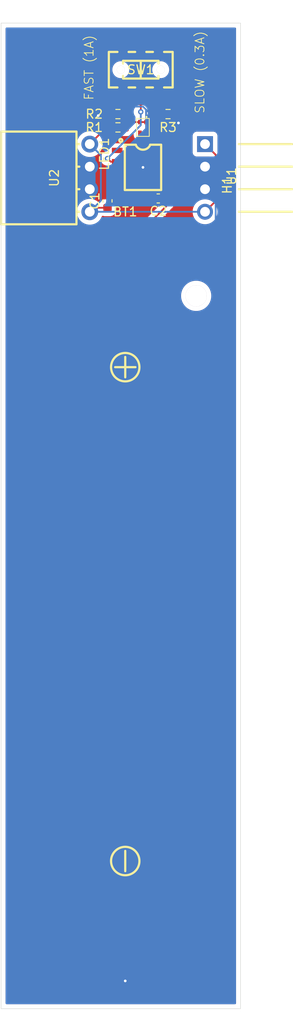
<source format=kicad_pcb>
(kicad_pcb (version 20240108) (generator "pcbnew") (generator_version "8.0")
  (layers (0 "F.Cu" signal) (31 "B.Cu" signal) (34 "B.Paste" user) (35 "F.Paste" user) (36 "B.SilkS" user "B.Silkscreen") (37 "F.SilkS" user "F.Silkscreen") (38 "B.Mask" user) (39 "F.Mask" user) (44 "Edge.Cuts" user))
  (net 0 "")
  (net 1 "Net-(U1-BAT)")
  (net 2 "GND")
  (net 3 "VCC")
  (net 4 "Net-(LED1-K2)")
  (net 5 "Net-(LED1-A1)")
  (net 6 "Net-(LED1-K1)")
  (net 7 "Net-(R2-Pad1)")
  (net 8 "Net-(R3-Pad1)")
  (net 10 "Net-(U1-PROG)")
  (footprint "easyeda2kicad:LED-SMD_4P-L1.6-W0.8-BR-RD" (layer "F.Cu") (at 136 83.5 90)
    (property "Reference" "LED1" (at -3 -4.35 90) (layer "F.SilkS"))
    (property "Value" "18-225A/R6GHC-A01/3T")
    (fp_line (start 1.01 -0.71) (end -1.01 -0.71) (stroke (width 0.1)) (layer "F.SilkS"))
    (fp_line (start -1.01 -0.71) (end -1.01 0.71) (stroke (width 0.1)) (layer "F.SilkS"))
    (fp_line (start 1.01 0.6) (end 1.01 -0.71) (stroke (width 0.1)) (layer "F.SilkS"))
    (fp_line (start 1.01 0.6) (end 1.01 0.71) (stroke (width 0.1)) (layer "F.SilkS"))
    (fp_line (start -1.01 0.71) (end 1.01 0.71) (stroke (width 0.1)) (layer "F.SilkS"))
    (fp_circle (center 1.18 0.4) (end 1.24 0.4) (stroke (width 0.1)) (fill none) (layer "F.SilkS"))
    (pad "1" smd rect (at 0.6 0.35 90) (size 0.5 0.4) (layers "F.Cu" "F.Paste" "F.Mask") (net 5 "Net-(LED1-A1)"))
    (pad "2" smd rect (at 0.6 -0.35 90) (size 0.5 0.4) (layers "F.Cu" "F.Paste" "F.Mask") (net 5 "Net-(LED1-A1)"))
    (pad "3" smd rect (at -0.6 -0.35 90) (size 0.5 0.4) (layers "F.Cu" "F.Paste" "F.Mask") (net 6 "Net-(LED1-K1)"))
    (pad "4" smd rect (at -0.6 0.35 90) (size 0.5 0.4) (layers "F.Cu" "F.Paste" "F.Mask") (net 4 "Net-(LED1-K2)"))
  )
  (footprint "Resistor_SMD:R_0603_1608Metric" (layer "F.Cu") (at 138.825 82)
    (property "Reference" "R3" (at 0 1.5 0) (layer "F.SilkS"))
    (property "Value" "4k")
    (fp_line (start -0.237258 -0.5225) (end 0.237258 -0.5225) (stroke (width 0.12)) (layer "F.SilkS"))
    (fp_line (start -0.237258 0.5225) (end 0.237258 0.5225) (stroke (width 0.12)) (layer "F.SilkS"))
    (pad "1" smd roundrect (at -0.825 0) (size 0.8 0.95) (layers "F.Cu" "F.Paste" "F.Mask") (net 8 "Net-(R3-Pad1)"))
    (pad "2" smd roundrect (at 0.825 0) (size 0.8 0.95) (layers "F.Cu" "F.Paste" "F.Mask") (net 2 "GND"))
  )
  (footprint "easyeda2kicad:BATTERY-SMD_18650-1S-L77.1-W20.7-1" (layer "F.Cu") (at 134 138.31)
    (property "Reference" "BT1" (at 0 -45.31 0) (layer "F.SilkS"))
    (property "Value" "BH-18650-B1BA002")
    (fp_line (start 0 -28.96) (end 0 -26.67) (stroke (width 0.25)) (layer "F.SilkS"))
    (fp_line (start 0 26.67) (end 0 28.95) (stroke (width 0.25)) (layer "F.SilkS"))
    (fp_line (start 1.15 -27.81) (end -1.14 -27.81) (stroke (width 0.25)) (layer "F.SilkS"))
    (fp_circle (center 0 -27.81) (end 1.6 -27.81) (stroke (width 0.25)) (fill none) (layer "F.SilkS"))
    (fp_circle (center 0 27.81) (end 1.6 27.81) (stroke (width 0.25)) (fill none) (layer "F.SilkS"))
    (pad "" thru_hole circle (at 8 -35.84) (size 2.4 2.4) (drill 2.4) (layers "*.Cu" "*.Mask"))
    (pad "1" smd rect (at 0 41.31) (size 7.62 5.08) (layers "F.Cu" "F.Paste" "F.Mask") (net 2 "GND"))
    (pad "2" smd rect (at 0 -41.31) (size 7.62 5.08) (layers "F.Cu" "F.Paste" "F.Mask") (net 1 "Net-(U1-BAT)"))
  )
  (footprint "Capacitor_SMD:C_0603_1608Metric" (layer "F.Cu") (at 132 91.775 90)
    (property "Reference" "C1" (at 0 -1.43 90) (layer "F.SilkS"))
    (property "Value" "10uF")
    (fp_line (start -0.14058 -0.51) (end 0.14058 -0.51) (stroke (width 0.12)) (layer "F.SilkS"))
    (fp_line (start -0.14058 0.51) (end 0.14058 0.51) (stroke (width 0.12)) (layer "F.SilkS"))
    (pad "1" smd roundrect (at -0.775 0 90) (size 0.9 0.95) (layers "F.Cu" "F.Paste" "F.Mask") (net 3 "VCC"))
    (pad "2" smd roundrect (at 0.775 0 90) (size 0.9 0.95) (layers "F.Cu" "F.Paste" "F.Mask") (net 2 "GND"))
  )
  (footprint "Resistor_SMD:R_0603_1608Metric" (layer "F.Cu") (at 133.175 83.5)
    (property "Reference" "R1" (at -2.675 0 0) (layer "F.SilkS"))
    (property "Value" "2k")
    (fp_line (start -0.237258 -0.5225) (end 0.237258 -0.5225) (stroke (width 0.12)) (layer "F.SilkS"))
    (fp_line (start -0.237258 0.5225) (end 0.237258 0.5225) (stroke (width 0.12)) (layer "F.SilkS"))
    (pad "1" smd roundrect (at -0.825 0) (size 0.8 0.95) (layers "F.Cu" "F.Paste" "F.Mask") (net 3 "VCC"))
    (pad "2" smd roundrect (at 0.825 0) (size 0.8 0.95) (layers "F.Cu" "F.Paste" "F.Mask") (net 5 "Net-(LED1-A1)"))
  )
  (footprint "easyeda2kicad:SW-SMD_MS-22D28-G020" (layer "F.Cu") (at 135.75 77 180)
    (property "Reference" "SW1" (at 0 0 0) (layer "F.SilkS"))
    (property "Value" "MS-22D28-G020")
    (fp_line (start 3.6 -2) (end 3.6 2) (stroke (width 0.25)) (layer "F.SilkS"))
    (fp_line (start 2.63 2) (end 3.6 2) (stroke (width 0.25)) (layer "F.SilkS"))
    (fp_line (start 2.63 -2) (end 3.6 -2) (stroke (width 0.25)) (layer "F.SilkS"))
    (fp_line (start 2 1) (end -2 1) (stroke (width 0.25)) (layer "F.SilkS"))
    (fp_line (start 2 0.7) (end 2 1) (stroke (width 0.25)) (layer "F.SilkS"))
    (fp_line (start 2 -1) (end 2 -0.7) (stroke (width 0.25)) (layer "F.SilkS"))
    (fp_line (start 0.63 2) (end 1.37 2) (stroke (width 0.25)) (layer "F.SilkS"))
    (fp_line (start 0.63 -2) (end 1.37 -2) (stroke (width 0.25)) (layer "F.SilkS"))
    (fp_line (start 0 -1) (end 0 1) (stroke (width 0.25)) (layer "F.SilkS"))
    (fp_line (start -1.37 2) (end -0.63 2) (stroke (width 0.25)) (layer "F.SilkS"))
    (fp_line (start -1.37 -2) (end -0.63 -2) (stroke (width 0.25)) (layer "F.SilkS"))
    (fp_line (start -2 1) (end -2 0.7) (stroke (width 0.25)) (layer "F.SilkS"))
    (fp_line (start -2 -0.7) (end -2 -1) (stroke (width 0.25)) (layer "F.SilkS"))
    (fp_line (start -2 -1) (end 2 -1) (stroke (width 0.25)) (layer "F.SilkS"))
    (fp_line (start -3.6 2) (end -2.63 2) (stroke (width 0.25)) (layer "F.SilkS"))
    (fp_line (start -3.6 -2) (end -2.63 -2) (stroke (width 0.25)) (layer "F.SilkS"))
    (fp_line (start -3.6 -2) (end -3.6 2) (stroke (width 0.25)) (layer "F.SilkS"))
    (pad "" thru_hole circle (at -2.25 0 180) (size 0.9 0.9) (drill 0.9) (layers "*.Cu" "*.Mask"))
    (pad "" thru_hole circle (at 2.25 0 180) (size 0.9 0.9) (drill 0.9) (layers "*.Cu" "*.Mask"))
    (pad "1" smd rect (at -2 -3 270) (size 2 0.8) (layers "F.Cu" "F.Paste" "F.Mask") (net 8 "Net-(R3-Pad1)"))
    (pad "2" smd rect (at 0 -3 270) (size 2 0.8) (layers "F.Cu" "F.Paste" "F.Mask") (net 10 "Net-(U1-PROG)"))
    (pad "3" smd rect (at 2 -3 270) (size 2 0.8) (layers "F.Cu" "F.Paste" "F.Mask") (net 7 "Net-(R2-Pad1)"))
    (pad "4" smd rect (at -2 3 270) (size 2 0.8) (layers "F.Cu" "F.Paste" "F.Mask"))
    (pad "5" smd rect (at 0 3 270) (size 2 0.8) (layers "F.Cu" "F.Paste" "F.Mask"))
    (pad "6" smd rect (at 2 3 270) (size 2 0.8) (layers "F.Cu" "F.Paste" "F.Mask"))
  )
  (footprint "Capacitor_SMD:C_0603_1608Metric" (layer "F.Cu") (at 137.725 91.5 180)
    (property "Reference" "C2" (at 0 -1.43 0) (layer "F.SilkS"))
    (property "Value" "10uF")
    (fp_line (start -0.14058 0.51) (end 0.14058 0.51) (stroke (width 0.12)) (layer "F.SilkS"))
    (fp_line (start -0.14058 -0.51) (end 0.14058 -0.51) (stroke (width 0.12)) (layer "F.SilkS"))
    (pad "1" smd roundrect (at -0.775 0 180) (size 0.9 0.95) (layers "F.Cu" "F.Paste" "F.Mask") (net 1 "Net-(U1-BAT)"))
    (pad "2" smd roundrect (at 0.775 0 180) (size 0.9 0.95) (layers "F.Cu" "F.Paste" "F.Mask") (net 2 "GND"))
  )
  (footprint "easyeda2kicad:HDR-TH_4P-P2.54-H-M-W10.3" (layer "F.Cu") (at 143 89.19 -90)
    (property "Reference" "H1" (at 0.81 -2.5 90) (layer "F.SilkS"))
    (property "Value" "DZ254W-11-04-65")
    (fp_line (start -3.81 -3.81) (end -3.81 -9.81) (stroke (width 0.25)) (layer "F.SilkS"))
    (fp_line (start -1.27 -3.81) (end -1.27 -9.81) (stroke (width 0.25)) (layer "F.SilkS"))
    (fp_line (start 1.27 -3.81) (end 1.27 -9.81) (stroke (width 0.25)) (layer "F.SilkS"))
    (fp_line (start 3.81 -3.81) (end 3.81 -9.81) (stroke (width 0.25)) (layer "F.SilkS"))
    (pad "1" thru_hole rect (at -3.81 0 270) (size 1.8 1.8) (drill 1.100023) (layers "*.Cu" "*.Mask") (net 3 "VCC"))
    (pad "2" thru_hole circle (at -1.27 0 270) (size 1.8 1.8) (drill 1.100023) (layers "*.Cu" "*.Mask") (net 2 "GND"))
    (pad "3" thru_hole circle (at 1.27 0 270) (size 1.8 1.8) (drill 1.100023) (layers "*.Cu" "*.Mask") (net 2 "GND"))
    (pad "4" thru_hole circle (at 3.81 0 270) (size 1.8 1.8) (drill 1.100023) (layers "*.Cu" "*.Mask") (net 3 "VCC"))
  )
  (footprint "easyeda2kicad:ESOP-8_L4.9-W3.9-P1.27-LS6.0-BL-EP" (layer "F.Cu") (at 136 88 -90)
    (property "Reference" "U1" (at 1 -10 90) (layer "F.SilkS"))
    (property "Value" "TP4056_C725790")
    (fp_line (start 2.55 2.05) (end -2.55 2.05) (stroke (width 0.25)) (layer "F.SilkS"))
    (fp_line (start -2.55 0.8) (end -2.55 2.05) (stroke (width 0.25)) (layer "F.SilkS"))
    (fp_line (start -2.55 -0.8) (end -2.55 -2.05) (stroke (width 0.25)) (layer "F.SilkS"))
    (fp_line (start -2.55 -2.05) (end 2.55 -2.05) (stroke (width 0.25)) (layer "F.SilkS"))
    (fp_line (start 2.55 -2.05) (end 2.55 2.05) (stroke (width 0.25)) (layer "F.SilkS"))
    (fp_arc (start -2.505609 -0.80257) (mid -1.988586 -0.003085) (end -2.5 0.8) (stroke (width 0.25)) (layer "F.SilkS"))
    (fp_circle (center -3.03 2.5) (end -2.86 2.5) (stroke (width 0.25)) (fill none) (layer "F.SilkS"))
    (pad "1" smd rect (at -1.91 2.91 270) (size 0.6 1.2) (layers "F.Cu" "F.Paste" "F.Mask"))
    (pad "2" smd rect (at -0.64 2.91 270) (size 0.6 1.2) (layers "F.Cu" "F.Paste" "F.Mask") (net 10 "Net-(U1-PROG)"))
    (pad "3" smd rect (at 0.64 2.91 270) (size 0.6 1.2) (layers "F.Cu" "F.Paste" "F.Mask") (net 2 "GND"))
    (pad "4" smd rect (at 1.91 2.91 270) (size 0.6 1.2) (layers "F.Cu" "F.Paste" "F.Mask") (net 3 "VCC"))
    (pad "5" smd rect (at 1.91 -2.91 270) (size 0.6 1.2) (layers "F.Cu" "F.Paste" "F.Mask") (net 1 "Net-(U1-BAT)"))
    (pad "6" smd rect (at 0.64 -2.91 270) (size 0.6 1.2) (layers "F.Cu" "F.Paste" "F.Mask") (net 4 "Net-(LED1-K2)"))
    (pad "7" smd rect (at -0.64 -2.91 270) (size 0.6 1.2) (layers "F.Cu" "F.Paste" "F.Mask") (net 6 "Net-(LED1-K1)"))
    (pad "8" smd rect (at -1.91 -2.91 270) (size 0.6 1.2) (layers "F.Cu" "F.Paste" "F.Mask"))
    (pad "9" smd rect (at 0 0 90) (size 3.3 2.4) (layers "F.Cu" "F.Paste" "F.Mask") (net 2 "GND"))
  )
  (footprint "Resistor_SMD:R_0603_1608Metric" (layer "F.Cu") (at 133.175 82 180)
    (property "Reference" "R2" (at 2.675 0 0) (layer "F.SilkS"))
    (property "Value" "1.1k")
    (fp_line (start -0.237258 0.5225) (end 0.237258 0.5225) (stroke (width 0.12)) (layer "F.SilkS"))
    (fp_line (start -0.237258 -0.5225) (end 0.237258 -0.5225) (stroke (width 0.12)) (layer "F.SilkS"))
    (pad "1" smd roundrect (at -0.825 0 180) (size 0.8 0.95) (layers "F.Cu" "F.Paste" "F.Mask") (net 7 "Net-(R2-Pad1)"))
    (pad "2" smd roundrect (at 0.825 0 180) (size 0.8 0.95) (layers "F.Cu" "F.Paste" "F.Mask") (net 2 "GND"))
  )
  (footprint "easyeda2kicad:HDR-TH_4P-P2.54-H-F-W10.0-N" (layer "F.Cu") (at 130 89.19 -90)
    (property "Reference" "U2" (at 0 4 90) (layer "F.SilkS"))
    (property "Value" "PM254-1-04-W-8.5")
    (fp_line (start -5.22 10) (end 5.22 10) (stroke (width 0.25)) (layer "F.SilkS"))
    (fp_line (start 5.22 10) (end 5.22 1.5) (stroke (width 0.25)) (layer "F.SilkS"))
    (fp_line (start -5.22 1.5) (end -5.22 10) (stroke (width 0.25)) (layer "F.SilkS"))
    (fp_line (start -5.22 1.5) (end 5.22 1.5) (stroke (width 0.25)) (layer "F.SilkS"))
    (fp_line (start -3.81 1.5) (end -3.81 1.18) (stroke (width 0.25)) (layer "F.SilkS"))
    (fp_line (start -1.27 1.18) (end -1.27 1.5) (stroke (width 0.25)) (layer "F.SilkS"))
    (fp_line (start 1.27 1.18) (end 1.27 1.5) (stroke (width 0.25)) (layer "F.SilkS"))
    (fp_line (start 3.81 1.18) (end 3.81 1.5) (stroke (width 0.25)) (layer "F.SilkS"))
    (pad "1" thru_hole circle (at -3.81 0 270) (size 1.9 1.9) (drill 1.100023) (layers "*.Cu" "*.Mask") (net 3 "VCC"))
    (pad "2" thru_hole circle (at -1.27 0 270) (size 1.9 1.9) (drill 1.100023) (layers "*.Cu" "*.Mask") (net 2 "GND"))
    (pad "3" thru_hole circle (at 1.27 0 270) (size 1.9 1.9) (drill 1.100023) (layers "*.Cu" "*.Mask") (net 2 "GND"))
    (pad "4" thru_hole circle (at 3.81 0 270) (size 1.9 1.9) (drill 1.100023) (layers "*.Cu" "*.Mask") (net 3 "VCC"))
  )
  (gr_rect (start 120 71.75) (end 147 182.75) (stroke (width 0.05)) (fill none) (layer "Edge.Cuts"))
  (gr_text "FAST (1A)" (at 130.5 80.5 90) (layer "F.SilkS") (effects (font (size 1 1) (thickness 0.1)) (justify left bottom)))
  (gr_text "SLOW (0.3A)" (at 143 82 90) (layer "F.SilkS") (effects (font (size 1 1) (thickness 0.1)) (justify left bottom)))
  (segment (start 138.5 91.5) (end 138.5 91.41) (width 0.2) (layer "F.Cu") (net 1))
  (segment (start 138.91 91) (end 138.91 92.09) (width 0.2) (layer "F.Cu") (net 1))
  (segment (start 138.5 91) (end 138.91 91) (width 0.2) (layer "F.Cu") (net 1))
  (segment (start 138.91 89.91) (end 138.91 91) (width 0.2) (layer "F.Cu") (net 1))
  (segment (start 138.5 91.41) (end 138.91 91) (width 0.2) (layer "F.Cu") (net 1))
  (segment (start 138.91 92.09) (end 134 97) (width 0.2) (layer "F.Cu") (net 1))
  (segment (start 136.95 88.95) (end 136 88) (width 0.2) (layer "F.Cu") (net 2))
  (segment (start 143 87.92) (end 143 90.46) (width 0.2) (layer "F.Cu") (net 2))
  (segment (start 133.09 88.64) (end 135.36 88.64) (width 0.2) (layer "F.Cu") (net 2))
  (segment (start 139.65 82.65) (end 140 83) (width 0.2) (layer "F.Cu") (net 2))
  (segment (start 139.65 82) (end 139.65 82.65) (width 0.2) (layer "F.Cu") (net 2))
  (segment (start 130.72 88.64) (end 133.09 88.64) (width 0.2) (layer "F.Cu") (net 2))
  (segment (start 130 87.92) (end 130 90.46) (width 0.2) (layer "F.Cu") (net 2))
  (segment (start 132 91) (end 130.54 91) (width 0.2) (layer "F.Cu") (net 2))
  (segment (start 136.95 91.5) (end 136.95 88.95) (width 0.2) (layer "F.Cu") (net 2))
  (segment (start 135.36 88.64) (end 136 88) (width 0.2) (layer "F.Cu") (net 2))
  (segment (start 130.54 91) (end 130 90.46) (width 0.2) (layer "F.Cu") (net 2))
  (segment (start 132.35 82) (end 131 82) (width 0.2) (layer "F.Cu") (net 2))
  (segment (start 130 87.92) (end 130.72 88.64) (width 0.2) (layer "F.Cu") (net 2))
  (via (at 136 88) (size 0.6) (drill 0.3) (layers "F.Cu" "B.Cu") (net 2))
  (via (at 130.958682 82.171861) (size 0.6) (drill 0.3) (layers "F.Cu" "B.Cu") (net 2))
  (via (at 140 83) (size 0.6) (drill 0.3) (layers "F.Cu" "B.Cu") (net 2))
  (via (at 134 179.62) (size 0.6) (drill 0.3) (layers "F.Cu" "B.Cu") (net 2))
  (segment (start 136 88) (end 136.25 88) (width 0.2) (layer "B.Cu") (net 2))
  (segment (start 140 83) (end 137.848529 83) (width 0.2) (layer "B.Cu") (net 2))
  (segment (start 136.35 81.501471) (end 136.35 87.65) (width 0.2) (layer "B.Cu") (net 2))
  (segment (start 136.33 87.92) (end 143 87.92) (width 0.2) (layer "B.Cu") (net 2))
  (segment (start 144.2 169.42) (end 144.2 91.66) (width 0.2) (layer "B.Cu") (net 2))
  (segment (start 137.848529 83) (end 136.35 81.501471) (width 0.2) (layer "B.Cu") (net 2))
  (segment (start 131.980543 81.15) (end 135.998529 81.15) (width 0.2) (layer "B.Cu") (net 2))
  (segment (start 134 179.62) (end 144.2 169.42) (width 0.2) (layer "B.Cu") (net 2))
  (segment (start 136.25 88) (end 136.33 87.92) (width 0.2) (layer "B.Cu") (net 2))
  (segment (start 130.958682 82.171861) (end 131.980543 81.15) (width 0.2) (layer "B.Cu") (net 2))
  (segment (start 144.2 91.66) (end 143 90.46) (width 0.2) (layer "B.Cu") (net 2))
  (segment (start 135.998529 81.15) (end 136.35 81.501471) (width 0.2) (layer "B.Cu") (net 2))
  (segment (start 136.35 87.65) (end 136 88) (width 0.2) (layer "B.Cu") (net 2))
  (segment (start 133.09 91.46) (end 132 92.55) (width 0.2) (layer "F.Cu") (net 3))
  (segment (start 132 92.55) (end 130.45 92.55) (width 0.2) (layer "F.Cu") (net 3))
  (segment (start 144.2 91.8) (end 143 93) (width 0.2) (layer "F.Cu") (net 3))
  (segment (start 133.09 89.91) (end 133.09 91.46) (width 0.2) (layer "F.Cu") (net 3))
  (segment (start 130.45 92.55) (end 130 93) (width 0.2) (layer "F.Cu") (net 3))
  (segment (start 143 85.38) (end 144.2 86.58) (width 0.2) (layer "F.Cu") (net 3))
  (segment (start 131.88 83.5) (end 130 85.38) (width 0.2) (layer "F.Cu") (net 3))
  (segment (start 144.2 86.58) (end 144.2 91.8) (width 0.2) (layer "F.Cu") (net 3))
  (segment (start 132.35 83.5) (end 131.88 83.5) (width 0.2) (layer "F.Cu") (net 3))
  (segment (start 143 93) (end 130 93) (width 0.2) (layer "B.Cu") (net 3))
  (segment (start 131.25 91.75) (end 130 93) (width 0.2) (layer "B.Cu") (net 3))
  (segment (start 131.25 86.63) (end 131.25 91.75) (width 0.2) (layer "B.Cu") (net 3))
  (segment (start 130 85.38) (end 131.25 86.63) (width 0.2) (layer "B.Cu") (net 3))
  (segment (start 139.81 88.04) (end 139.21 88.64) (width 0.2) (layer "F.Cu") (net 4))
  (segment (start 138.42 84.1) (end 139.81 85.49) (width 0.2) (layer "F.Cu") (net 4))
  (segment (start 139.21 88.64) (end 138.91 88.64) (width 0.2) (layer "F.Cu") (net 4))
  (segment (start 136.35 84.1) (end 138.42 84.1) (width 0.2) (layer "F.Cu") (net 4))
  (segment (start 139.81 85.49) (end 139.81 88.04) (width 0.2) (layer "F.Cu") (net 4))
  (segment (start 134.6 82.9) (end 134 83.5) (width 0.2) (layer "F.Cu") (net 5))
  (segment (start 136.35 82.9) (end 134.6 82.9) (width 0.2) (layer "F.Cu") (net 5))
  (segment (start 137.15 86.05) (end 137.5 86.05) (width 0.2) (layer "F.Cu") (net 6))
  (segment (start 135.65 84.55) (end 137.15 86.05) (width 0.2) (layer "F.Cu") (net 6))
  (segment (start 135.65 84.1) (end 135.65 84.55) (width 0.2) (layer "F.Cu") (net 6))
  (segment (start 138.81 87.36) (end 138.91 87.36) (width 0.2) (layer "F.Cu") (net 6))
  (segment (start 137.5 86.05) (end 138.81 87.36) (width 0.2) (layer "F.Cu") (net 6))
  (segment (start 134 80.25) (end 133.75 80) (width 0.2) (layer "F.Cu") (net 7))
  (segment (start 134 82) (end 134 80.25) (width 0.2) (layer "F.Cu") (net 7))
  (segment (start 138 80.25) (end 137.75 80) (width 0.2) (layer "F.Cu") (net 8))
  (segment (start 138 82) (end 138 80.25) (width 0.2) (layer "F.Cu") (net 8))
  (segment (start 133.09 87.36) (end 132.36 87.36) (width 0.2) (layer "F.Cu") (net 10))
  (segment (start 132.36 87.36) (end 132 87) (width 0.2) (layer "F.Cu") (net 10))
  (segment (start 135.75 80) (end 135.75 81.75) (width 0.2) (layer "F.Cu") (net 10))
  (via (at 135.75 81.75) (size 0.6) (drill 0.3) (layers "F.Cu" "B.Cu") (net 10))
  (via (at 132 87) (size 0.6) (drill 0.3) (layers "F.Cu" "B.Cu") (net 10))
  (segment (start 135.75 83.25) (end 132 87) (width 0.2) (layer "B.Cu") (net 10))
  (segment (start 135.75 81.75) (end 135.75 83.25) (width 0.2) (layer "B.Cu") (net 10))
  (zone (net 2) (net_name "GND") (layers "F&B.Cu") (connect_pads yes (clearance 0.5)) (min_thickness 0.25) (fill yes (thermal_gap 0.5) (thermal_bridge_width 0.5))
    (polygon (pts (xy 120 71.75) (xy 147 71.75) (xy 147 182.75) (xy 120 182.75)))
  )
)
</source>
